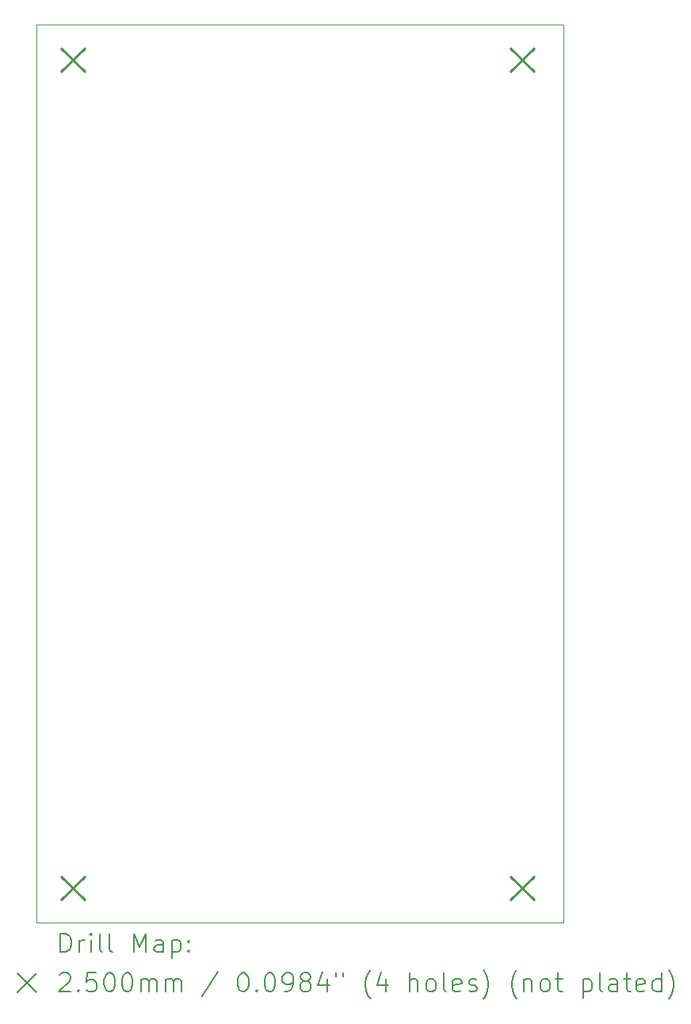
<source format=gbr>
%TF.GenerationSoftware,KiCad,Pcbnew,7.0.7*%
%TF.CreationDate,2023-10-02T11:40:04-05:00*%
%TF.ProjectId,iowa-rover,696f7761-2d72-46f7-9665-722e6b696361,rev?*%
%TF.SameCoordinates,Original*%
%TF.FileFunction,Drillmap*%
%TF.FilePolarity,Positive*%
%FSLAX45Y45*%
G04 Gerber Fmt 4.5, Leading zero omitted, Abs format (unit mm)*
G04 Created by KiCad (PCBNEW 7.0.7) date 2023-10-02 11:40:04*
%MOMM*%
%LPD*%
G01*
G04 APERTURE LIST*
%ADD10C,0.100000*%
%ADD11C,0.200000*%
%ADD12C,0.250000*%
G04 APERTURE END LIST*
D10*
X3911600Y-6075400D02*
X9537700Y-6075400D01*
X9537700Y-15667000D01*
X3911600Y-15667000D01*
X3911600Y-6075400D01*
D11*
D12*
X4175000Y-6325000D02*
X4425000Y-6575000D01*
X4425000Y-6325000D02*
X4175000Y-6575000D01*
X4175000Y-15175000D02*
X4425000Y-15425000D01*
X4425000Y-15175000D02*
X4175000Y-15425000D01*
X8975000Y-6325000D02*
X9225000Y-6575000D01*
X9225000Y-6325000D02*
X8975000Y-6575000D01*
X8975000Y-15175000D02*
X9225000Y-15425000D01*
X9225000Y-15175000D02*
X8975000Y-15425000D01*
D11*
X4167377Y-15983484D02*
X4167377Y-15783484D01*
X4167377Y-15783484D02*
X4214996Y-15783484D01*
X4214996Y-15783484D02*
X4243567Y-15793008D01*
X4243567Y-15793008D02*
X4262615Y-15812055D01*
X4262615Y-15812055D02*
X4272139Y-15831103D01*
X4272139Y-15831103D02*
X4281663Y-15869198D01*
X4281663Y-15869198D02*
X4281663Y-15897769D01*
X4281663Y-15897769D02*
X4272139Y-15935865D01*
X4272139Y-15935865D02*
X4262615Y-15954912D01*
X4262615Y-15954912D02*
X4243567Y-15973960D01*
X4243567Y-15973960D02*
X4214996Y-15983484D01*
X4214996Y-15983484D02*
X4167377Y-15983484D01*
X4367377Y-15983484D02*
X4367377Y-15850150D01*
X4367377Y-15888246D02*
X4376901Y-15869198D01*
X4376901Y-15869198D02*
X4386424Y-15859674D01*
X4386424Y-15859674D02*
X4405472Y-15850150D01*
X4405472Y-15850150D02*
X4424520Y-15850150D01*
X4491186Y-15983484D02*
X4491186Y-15850150D01*
X4491186Y-15783484D02*
X4481663Y-15793008D01*
X4481663Y-15793008D02*
X4491186Y-15802531D01*
X4491186Y-15802531D02*
X4500710Y-15793008D01*
X4500710Y-15793008D02*
X4491186Y-15783484D01*
X4491186Y-15783484D02*
X4491186Y-15802531D01*
X4614996Y-15983484D02*
X4595948Y-15973960D01*
X4595948Y-15973960D02*
X4586424Y-15954912D01*
X4586424Y-15954912D02*
X4586424Y-15783484D01*
X4719758Y-15983484D02*
X4700710Y-15973960D01*
X4700710Y-15973960D02*
X4691186Y-15954912D01*
X4691186Y-15954912D02*
X4691186Y-15783484D01*
X4948329Y-15983484D02*
X4948329Y-15783484D01*
X4948329Y-15783484D02*
X5014996Y-15926341D01*
X5014996Y-15926341D02*
X5081663Y-15783484D01*
X5081663Y-15783484D02*
X5081663Y-15983484D01*
X5262615Y-15983484D02*
X5262615Y-15878722D01*
X5262615Y-15878722D02*
X5253091Y-15859674D01*
X5253091Y-15859674D02*
X5234044Y-15850150D01*
X5234044Y-15850150D02*
X5195948Y-15850150D01*
X5195948Y-15850150D02*
X5176901Y-15859674D01*
X5262615Y-15973960D02*
X5243567Y-15983484D01*
X5243567Y-15983484D02*
X5195948Y-15983484D01*
X5195948Y-15983484D02*
X5176901Y-15973960D01*
X5176901Y-15973960D02*
X5167377Y-15954912D01*
X5167377Y-15954912D02*
X5167377Y-15935865D01*
X5167377Y-15935865D02*
X5176901Y-15916817D01*
X5176901Y-15916817D02*
X5195948Y-15907293D01*
X5195948Y-15907293D02*
X5243567Y-15907293D01*
X5243567Y-15907293D02*
X5262615Y-15897769D01*
X5357853Y-15850150D02*
X5357853Y-16050150D01*
X5357853Y-15859674D02*
X5376901Y-15850150D01*
X5376901Y-15850150D02*
X5414996Y-15850150D01*
X5414996Y-15850150D02*
X5434044Y-15859674D01*
X5434044Y-15859674D02*
X5443567Y-15869198D01*
X5443567Y-15869198D02*
X5453091Y-15888246D01*
X5453091Y-15888246D02*
X5453091Y-15945388D01*
X5453091Y-15945388D02*
X5443567Y-15964436D01*
X5443567Y-15964436D02*
X5434044Y-15973960D01*
X5434044Y-15973960D02*
X5414996Y-15983484D01*
X5414996Y-15983484D02*
X5376901Y-15983484D01*
X5376901Y-15983484D02*
X5357853Y-15973960D01*
X5538805Y-15964436D02*
X5548329Y-15973960D01*
X5548329Y-15973960D02*
X5538805Y-15983484D01*
X5538805Y-15983484D02*
X5529282Y-15973960D01*
X5529282Y-15973960D02*
X5538805Y-15964436D01*
X5538805Y-15964436D02*
X5538805Y-15983484D01*
X5538805Y-15859674D02*
X5548329Y-15869198D01*
X5548329Y-15869198D02*
X5538805Y-15878722D01*
X5538805Y-15878722D02*
X5529282Y-15869198D01*
X5529282Y-15869198D02*
X5538805Y-15859674D01*
X5538805Y-15859674D02*
X5538805Y-15878722D01*
X3706600Y-16212000D02*
X3906600Y-16412000D01*
X3906600Y-16212000D02*
X3706600Y-16412000D01*
X4157853Y-16222531D02*
X4167377Y-16213008D01*
X4167377Y-16213008D02*
X4186424Y-16203484D01*
X4186424Y-16203484D02*
X4234044Y-16203484D01*
X4234044Y-16203484D02*
X4253091Y-16213008D01*
X4253091Y-16213008D02*
X4262615Y-16222531D01*
X4262615Y-16222531D02*
X4272139Y-16241579D01*
X4272139Y-16241579D02*
X4272139Y-16260627D01*
X4272139Y-16260627D02*
X4262615Y-16289198D01*
X4262615Y-16289198D02*
X4148329Y-16403484D01*
X4148329Y-16403484D02*
X4272139Y-16403484D01*
X4357853Y-16384436D02*
X4367377Y-16393960D01*
X4367377Y-16393960D02*
X4357853Y-16403484D01*
X4357853Y-16403484D02*
X4348329Y-16393960D01*
X4348329Y-16393960D02*
X4357853Y-16384436D01*
X4357853Y-16384436D02*
X4357853Y-16403484D01*
X4548329Y-16203484D02*
X4453091Y-16203484D01*
X4453091Y-16203484D02*
X4443567Y-16298722D01*
X4443567Y-16298722D02*
X4453091Y-16289198D01*
X4453091Y-16289198D02*
X4472139Y-16279674D01*
X4472139Y-16279674D02*
X4519758Y-16279674D01*
X4519758Y-16279674D02*
X4538805Y-16289198D01*
X4538805Y-16289198D02*
X4548329Y-16298722D01*
X4548329Y-16298722D02*
X4557853Y-16317769D01*
X4557853Y-16317769D02*
X4557853Y-16365388D01*
X4557853Y-16365388D02*
X4548329Y-16384436D01*
X4548329Y-16384436D02*
X4538805Y-16393960D01*
X4538805Y-16393960D02*
X4519758Y-16403484D01*
X4519758Y-16403484D02*
X4472139Y-16403484D01*
X4472139Y-16403484D02*
X4453091Y-16393960D01*
X4453091Y-16393960D02*
X4443567Y-16384436D01*
X4681663Y-16203484D02*
X4700710Y-16203484D01*
X4700710Y-16203484D02*
X4719758Y-16213008D01*
X4719758Y-16213008D02*
X4729282Y-16222531D01*
X4729282Y-16222531D02*
X4738805Y-16241579D01*
X4738805Y-16241579D02*
X4748329Y-16279674D01*
X4748329Y-16279674D02*
X4748329Y-16327293D01*
X4748329Y-16327293D02*
X4738805Y-16365388D01*
X4738805Y-16365388D02*
X4729282Y-16384436D01*
X4729282Y-16384436D02*
X4719758Y-16393960D01*
X4719758Y-16393960D02*
X4700710Y-16403484D01*
X4700710Y-16403484D02*
X4681663Y-16403484D01*
X4681663Y-16403484D02*
X4662615Y-16393960D01*
X4662615Y-16393960D02*
X4653091Y-16384436D01*
X4653091Y-16384436D02*
X4643567Y-16365388D01*
X4643567Y-16365388D02*
X4634044Y-16327293D01*
X4634044Y-16327293D02*
X4634044Y-16279674D01*
X4634044Y-16279674D02*
X4643567Y-16241579D01*
X4643567Y-16241579D02*
X4653091Y-16222531D01*
X4653091Y-16222531D02*
X4662615Y-16213008D01*
X4662615Y-16213008D02*
X4681663Y-16203484D01*
X4872139Y-16203484D02*
X4891186Y-16203484D01*
X4891186Y-16203484D02*
X4910234Y-16213008D01*
X4910234Y-16213008D02*
X4919758Y-16222531D01*
X4919758Y-16222531D02*
X4929282Y-16241579D01*
X4929282Y-16241579D02*
X4938805Y-16279674D01*
X4938805Y-16279674D02*
X4938805Y-16327293D01*
X4938805Y-16327293D02*
X4929282Y-16365388D01*
X4929282Y-16365388D02*
X4919758Y-16384436D01*
X4919758Y-16384436D02*
X4910234Y-16393960D01*
X4910234Y-16393960D02*
X4891186Y-16403484D01*
X4891186Y-16403484D02*
X4872139Y-16403484D01*
X4872139Y-16403484D02*
X4853091Y-16393960D01*
X4853091Y-16393960D02*
X4843567Y-16384436D01*
X4843567Y-16384436D02*
X4834044Y-16365388D01*
X4834044Y-16365388D02*
X4824520Y-16327293D01*
X4824520Y-16327293D02*
X4824520Y-16279674D01*
X4824520Y-16279674D02*
X4834044Y-16241579D01*
X4834044Y-16241579D02*
X4843567Y-16222531D01*
X4843567Y-16222531D02*
X4853091Y-16213008D01*
X4853091Y-16213008D02*
X4872139Y-16203484D01*
X5024520Y-16403484D02*
X5024520Y-16270150D01*
X5024520Y-16289198D02*
X5034044Y-16279674D01*
X5034044Y-16279674D02*
X5053091Y-16270150D01*
X5053091Y-16270150D02*
X5081663Y-16270150D01*
X5081663Y-16270150D02*
X5100710Y-16279674D01*
X5100710Y-16279674D02*
X5110234Y-16298722D01*
X5110234Y-16298722D02*
X5110234Y-16403484D01*
X5110234Y-16298722D02*
X5119758Y-16279674D01*
X5119758Y-16279674D02*
X5138805Y-16270150D01*
X5138805Y-16270150D02*
X5167377Y-16270150D01*
X5167377Y-16270150D02*
X5186425Y-16279674D01*
X5186425Y-16279674D02*
X5195948Y-16298722D01*
X5195948Y-16298722D02*
X5195948Y-16403484D01*
X5291186Y-16403484D02*
X5291186Y-16270150D01*
X5291186Y-16289198D02*
X5300710Y-16279674D01*
X5300710Y-16279674D02*
X5319758Y-16270150D01*
X5319758Y-16270150D02*
X5348329Y-16270150D01*
X5348329Y-16270150D02*
X5367377Y-16279674D01*
X5367377Y-16279674D02*
X5376901Y-16298722D01*
X5376901Y-16298722D02*
X5376901Y-16403484D01*
X5376901Y-16298722D02*
X5386425Y-16279674D01*
X5386425Y-16279674D02*
X5405472Y-16270150D01*
X5405472Y-16270150D02*
X5434044Y-16270150D01*
X5434044Y-16270150D02*
X5453091Y-16279674D01*
X5453091Y-16279674D02*
X5462615Y-16298722D01*
X5462615Y-16298722D02*
X5462615Y-16403484D01*
X5853091Y-16193960D02*
X5681663Y-16451103D01*
X6110234Y-16203484D02*
X6129282Y-16203484D01*
X6129282Y-16203484D02*
X6148329Y-16213008D01*
X6148329Y-16213008D02*
X6157853Y-16222531D01*
X6157853Y-16222531D02*
X6167377Y-16241579D01*
X6167377Y-16241579D02*
X6176901Y-16279674D01*
X6176901Y-16279674D02*
X6176901Y-16327293D01*
X6176901Y-16327293D02*
X6167377Y-16365388D01*
X6167377Y-16365388D02*
X6157853Y-16384436D01*
X6157853Y-16384436D02*
X6148329Y-16393960D01*
X6148329Y-16393960D02*
X6129282Y-16403484D01*
X6129282Y-16403484D02*
X6110234Y-16403484D01*
X6110234Y-16403484D02*
X6091186Y-16393960D01*
X6091186Y-16393960D02*
X6081663Y-16384436D01*
X6081663Y-16384436D02*
X6072139Y-16365388D01*
X6072139Y-16365388D02*
X6062615Y-16327293D01*
X6062615Y-16327293D02*
X6062615Y-16279674D01*
X6062615Y-16279674D02*
X6072139Y-16241579D01*
X6072139Y-16241579D02*
X6081663Y-16222531D01*
X6081663Y-16222531D02*
X6091186Y-16213008D01*
X6091186Y-16213008D02*
X6110234Y-16203484D01*
X6262615Y-16384436D02*
X6272139Y-16393960D01*
X6272139Y-16393960D02*
X6262615Y-16403484D01*
X6262615Y-16403484D02*
X6253091Y-16393960D01*
X6253091Y-16393960D02*
X6262615Y-16384436D01*
X6262615Y-16384436D02*
X6262615Y-16403484D01*
X6395948Y-16203484D02*
X6414996Y-16203484D01*
X6414996Y-16203484D02*
X6434044Y-16213008D01*
X6434044Y-16213008D02*
X6443567Y-16222531D01*
X6443567Y-16222531D02*
X6453091Y-16241579D01*
X6453091Y-16241579D02*
X6462615Y-16279674D01*
X6462615Y-16279674D02*
X6462615Y-16327293D01*
X6462615Y-16327293D02*
X6453091Y-16365388D01*
X6453091Y-16365388D02*
X6443567Y-16384436D01*
X6443567Y-16384436D02*
X6434044Y-16393960D01*
X6434044Y-16393960D02*
X6414996Y-16403484D01*
X6414996Y-16403484D02*
X6395948Y-16403484D01*
X6395948Y-16403484D02*
X6376901Y-16393960D01*
X6376901Y-16393960D02*
X6367377Y-16384436D01*
X6367377Y-16384436D02*
X6357853Y-16365388D01*
X6357853Y-16365388D02*
X6348329Y-16327293D01*
X6348329Y-16327293D02*
X6348329Y-16279674D01*
X6348329Y-16279674D02*
X6357853Y-16241579D01*
X6357853Y-16241579D02*
X6367377Y-16222531D01*
X6367377Y-16222531D02*
X6376901Y-16213008D01*
X6376901Y-16213008D02*
X6395948Y-16203484D01*
X6557853Y-16403484D02*
X6595948Y-16403484D01*
X6595948Y-16403484D02*
X6614996Y-16393960D01*
X6614996Y-16393960D02*
X6624520Y-16384436D01*
X6624520Y-16384436D02*
X6643567Y-16355865D01*
X6643567Y-16355865D02*
X6653091Y-16317769D01*
X6653091Y-16317769D02*
X6653091Y-16241579D01*
X6653091Y-16241579D02*
X6643567Y-16222531D01*
X6643567Y-16222531D02*
X6634044Y-16213008D01*
X6634044Y-16213008D02*
X6614996Y-16203484D01*
X6614996Y-16203484D02*
X6576901Y-16203484D01*
X6576901Y-16203484D02*
X6557853Y-16213008D01*
X6557853Y-16213008D02*
X6548329Y-16222531D01*
X6548329Y-16222531D02*
X6538806Y-16241579D01*
X6538806Y-16241579D02*
X6538806Y-16289198D01*
X6538806Y-16289198D02*
X6548329Y-16308246D01*
X6548329Y-16308246D02*
X6557853Y-16317769D01*
X6557853Y-16317769D02*
X6576901Y-16327293D01*
X6576901Y-16327293D02*
X6614996Y-16327293D01*
X6614996Y-16327293D02*
X6634044Y-16317769D01*
X6634044Y-16317769D02*
X6643567Y-16308246D01*
X6643567Y-16308246D02*
X6653091Y-16289198D01*
X6767377Y-16289198D02*
X6748329Y-16279674D01*
X6748329Y-16279674D02*
X6738806Y-16270150D01*
X6738806Y-16270150D02*
X6729282Y-16251103D01*
X6729282Y-16251103D02*
X6729282Y-16241579D01*
X6729282Y-16241579D02*
X6738806Y-16222531D01*
X6738806Y-16222531D02*
X6748329Y-16213008D01*
X6748329Y-16213008D02*
X6767377Y-16203484D01*
X6767377Y-16203484D02*
X6805472Y-16203484D01*
X6805472Y-16203484D02*
X6824520Y-16213008D01*
X6824520Y-16213008D02*
X6834044Y-16222531D01*
X6834044Y-16222531D02*
X6843567Y-16241579D01*
X6843567Y-16241579D02*
X6843567Y-16251103D01*
X6843567Y-16251103D02*
X6834044Y-16270150D01*
X6834044Y-16270150D02*
X6824520Y-16279674D01*
X6824520Y-16279674D02*
X6805472Y-16289198D01*
X6805472Y-16289198D02*
X6767377Y-16289198D01*
X6767377Y-16289198D02*
X6748329Y-16298722D01*
X6748329Y-16298722D02*
X6738806Y-16308246D01*
X6738806Y-16308246D02*
X6729282Y-16327293D01*
X6729282Y-16327293D02*
X6729282Y-16365388D01*
X6729282Y-16365388D02*
X6738806Y-16384436D01*
X6738806Y-16384436D02*
X6748329Y-16393960D01*
X6748329Y-16393960D02*
X6767377Y-16403484D01*
X6767377Y-16403484D02*
X6805472Y-16403484D01*
X6805472Y-16403484D02*
X6824520Y-16393960D01*
X6824520Y-16393960D02*
X6834044Y-16384436D01*
X6834044Y-16384436D02*
X6843567Y-16365388D01*
X6843567Y-16365388D02*
X6843567Y-16327293D01*
X6843567Y-16327293D02*
X6834044Y-16308246D01*
X6834044Y-16308246D02*
X6824520Y-16298722D01*
X6824520Y-16298722D02*
X6805472Y-16289198D01*
X7014996Y-16270150D02*
X7014996Y-16403484D01*
X6967377Y-16193960D02*
X6919758Y-16336817D01*
X6919758Y-16336817D02*
X7043567Y-16336817D01*
X7110234Y-16203484D02*
X7110234Y-16241579D01*
X7186425Y-16203484D02*
X7186425Y-16241579D01*
X7481663Y-16479674D02*
X7472139Y-16470150D01*
X7472139Y-16470150D02*
X7453091Y-16441579D01*
X7453091Y-16441579D02*
X7443568Y-16422531D01*
X7443568Y-16422531D02*
X7434044Y-16393960D01*
X7434044Y-16393960D02*
X7424520Y-16346341D01*
X7424520Y-16346341D02*
X7424520Y-16308246D01*
X7424520Y-16308246D02*
X7434044Y-16260627D01*
X7434044Y-16260627D02*
X7443568Y-16232055D01*
X7443568Y-16232055D02*
X7453091Y-16213008D01*
X7453091Y-16213008D02*
X7472139Y-16184436D01*
X7472139Y-16184436D02*
X7481663Y-16174912D01*
X7643568Y-16270150D02*
X7643568Y-16403484D01*
X7595948Y-16193960D02*
X7548329Y-16336817D01*
X7548329Y-16336817D02*
X7672139Y-16336817D01*
X7900710Y-16403484D02*
X7900710Y-16203484D01*
X7986425Y-16403484D02*
X7986425Y-16298722D01*
X7986425Y-16298722D02*
X7976901Y-16279674D01*
X7976901Y-16279674D02*
X7957853Y-16270150D01*
X7957853Y-16270150D02*
X7929282Y-16270150D01*
X7929282Y-16270150D02*
X7910234Y-16279674D01*
X7910234Y-16279674D02*
X7900710Y-16289198D01*
X8110234Y-16403484D02*
X8091187Y-16393960D01*
X8091187Y-16393960D02*
X8081663Y-16384436D01*
X8081663Y-16384436D02*
X8072139Y-16365388D01*
X8072139Y-16365388D02*
X8072139Y-16308246D01*
X8072139Y-16308246D02*
X8081663Y-16289198D01*
X8081663Y-16289198D02*
X8091187Y-16279674D01*
X8091187Y-16279674D02*
X8110234Y-16270150D01*
X8110234Y-16270150D02*
X8138806Y-16270150D01*
X8138806Y-16270150D02*
X8157853Y-16279674D01*
X8157853Y-16279674D02*
X8167377Y-16289198D01*
X8167377Y-16289198D02*
X8176901Y-16308246D01*
X8176901Y-16308246D02*
X8176901Y-16365388D01*
X8176901Y-16365388D02*
X8167377Y-16384436D01*
X8167377Y-16384436D02*
X8157853Y-16393960D01*
X8157853Y-16393960D02*
X8138806Y-16403484D01*
X8138806Y-16403484D02*
X8110234Y-16403484D01*
X8291187Y-16403484D02*
X8272139Y-16393960D01*
X8272139Y-16393960D02*
X8262615Y-16374912D01*
X8262615Y-16374912D02*
X8262615Y-16203484D01*
X8443568Y-16393960D02*
X8424520Y-16403484D01*
X8424520Y-16403484D02*
X8386425Y-16403484D01*
X8386425Y-16403484D02*
X8367377Y-16393960D01*
X8367377Y-16393960D02*
X8357853Y-16374912D01*
X8357853Y-16374912D02*
X8357853Y-16298722D01*
X8357853Y-16298722D02*
X8367377Y-16279674D01*
X8367377Y-16279674D02*
X8386425Y-16270150D01*
X8386425Y-16270150D02*
X8424520Y-16270150D01*
X8424520Y-16270150D02*
X8443568Y-16279674D01*
X8443568Y-16279674D02*
X8453092Y-16298722D01*
X8453092Y-16298722D02*
X8453092Y-16317769D01*
X8453092Y-16317769D02*
X8357853Y-16336817D01*
X8529282Y-16393960D02*
X8548330Y-16403484D01*
X8548330Y-16403484D02*
X8586425Y-16403484D01*
X8586425Y-16403484D02*
X8605473Y-16393960D01*
X8605473Y-16393960D02*
X8614996Y-16374912D01*
X8614996Y-16374912D02*
X8614996Y-16365388D01*
X8614996Y-16365388D02*
X8605473Y-16346341D01*
X8605473Y-16346341D02*
X8586425Y-16336817D01*
X8586425Y-16336817D02*
X8557853Y-16336817D01*
X8557853Y-16336817D02*
X8538806Y-16327293D01*
X8538806Y-16327293D02*
X8529282Y-16308246D01*
X8529282Y-16308246D02*
X8529282Y-16298722D01*
X8529282Y-16298722D02*
X8538806Y-16279674D01*
X8538806Y-16279674D02*
X8557853Y-16270150D01*
X8557853Y-16270150D02*
X8586425Y-16270150D01*
X8586425Y-16270150D02*
X8605473Y-16279674D01*
X8681663Y-16479674D02*
X8691187Y-16470150D01*
X8691187Y-16470150D02*
X8710234Y-16441579D01*
X8710234Y-16441579D02*
X8719758Y-16422531D01*
X8719758Y-16422531D02*
X8729282Y-16393960D01*
X8729282Y-16393960D02*
X8738806Y-16346341D01*
X8738806Y-16346341D02*
X8738806Y-16308246D01*
X8738806Y-16308246D02*
X8729282Y-16260627D01*
X8729282Y-16260627D02*
X8719758Y-16232055D01*
X8719758Y-16232055D02*
X8710234Y-16213008D01*
X8710234Y-16213008D02*
X8691187Y-16184436D01*
X8691187Y-16184436D02*
X8681663Y-16174912D01*
X9043568Y-16479674D02*
X9034044Y-16470150D01*
X9034044Y-16470150D02*
X9014996Y-16441579D01*
X9014996Y-16441579D02*
X9005473Y-16422531D01*
X9005473Y-16422531D02*
X8995949Y-16393960D01*
X8995949Y-16393960D02*
X8986425Y-16346341D01*
X8986425Y-16346341D02*
X8986425Y-16308246D01*
X8986425Y-16308246D02*
X8995949Y-16260627D01*
X8995949Y-16260627D02*
X9005473Y-16232055D01*
X9005473Y-16232055D02*
X9014996Y-16213008D01*
X9014996Y-16213008D02*
X9034044Y-16184436D01*
X9034044Y-16184436D02*
X9043568Y-16174912D01*
X9119758Y-16270150D02*
X9119758Y-16403484D01*
X9119758Y-16289198D02*
X9129282Y-16279674D01*
X9129282Y-16279674D02*
X9148330Y-16270150D01*
X9148330Y-16270150D02*
X9176901Y-16270150D01*
X9176901Y-16270150D02*
X9195949Y-16279674D01*
X9195949Y-16279674D02*
X9205473Y-16298722D01*
X9205473Y-16298722D02*
X9205473Y-16403484D01*
X9329282Y-16403484D02*
X9310234Y-16393960D01*
X9310234Y-16393960D02*
X9300711Y-16384436D01*
X9300711Y-16384436D02*
X9291187Y-16365388D01*
X9291187Y-16365388D02*
X9291187Y-16308246D01*
X9291187Y-16308246D02*
X9300711Y-16289198D01*
X9300711Y-16289198D02*
X9310234Y-16279674D01*
X9310234Y-16279674D02*
X9329282Y-16270150D01*
X9329282Y-16270150D02*
X9357854Y-16270150D01*
X9357854Y-16270150D02*
X9376901Y-16279674D01*
X9376901Y-16279674D02*
X9386425Y-16289198D01*
X9386425Y-16289198D02*
X9395949Y-16308246D01*
X9395949Y-16308246D02*
X9395949Y-16365388D01*
X9395949Y-16365388D02*
X9386425Y-16384436D01*
X9386425Y-16384436D02*
X9376901Y-16393960D01*
X9376901Y-16393960D02*
X9357854Y-16403484D01*
X9357854Y-16403484D02*
X9329282Y-16403484D01*
X9453092Y-16270150D02*
X9529282Y-16270150D01*
X9481663Y-16203484D02*
X9481663Y-16374912D01*
X9481663Y-16374912D02*
X9491187Y-16393960D01*
X9491187Y-16393960D02*
X9510234Y-16403484D01*
X9510234Y-16403484D02*
X9529282Y-16403484D01*
X9748330Y-16270150D02*
X9748330Y-16470150D01*
X9748330Y-16279674D02*
X9767377Y-16270150D01*
X9767377Y-16270150D02*
X9805473Y-16270150D01*
X9805473Y-16270150D02*
X9824520Y-16279674D01*
X9824520Y-16279674D02*
X9834044Y-16289198D01*
X9834044Y-16289198D02*
X9843568Y-16308246D01*
X9843568Y-16308246D02*
X9843568Y-16365388D01*
X9843568Y-16365388D02*
X9834044Y-16384436D01*
X9834044Y-16384436D02*
X9824520Y-16393960D01*
X9824520Y-16393960D02*
X9805473Y-16403484D01*
X9805473Y-16403484D02*
X9767377Y-16403484D01*
X9767377Y-16403484D02*
X9748330Y-16393960D01*
X9957854Y-16403484D02*
X9938806Y-16393960D01*
X9938806Y-16393960D02*
X9929282Y-16374912D01*
X9929282Y-16374912D02*
X9929282Y-16203484D01*
X10119758Y-16403484D02*
X10119758Y-16298722D01*
X10119758Y-16298722D02*
X10110235Y-16279674D01*
X10110235Y-16279674D02*
X10091187Y-16270150D01*
X10091187Y-16270150D02*
X10053092Y-16270150D01*
X10053092Y-16270150D02*
X10034044Y-16279674D01*
X10119758Y-16393960D02*
X10100711Y-16403484D01*
X10100711Y-16403484D02*
X10053092Y-16403484D01*
X10053092Y-16403484D02*
X10034044Y-16393960D01*
X10034044Y-16393960D02*
X10024520Y-16374912D01*
X10024520Y-16374912D02*
X10024520Y-16355865D01*
X10024520Y-16355865D02*
X10034044Y-16336817D01*
X10034044Y-16336817D02*
X10053092Y-16327293D01*
X10053092Y-16327293D02*
X10100711Y-16327293D01*
X10100711Y-16327293D02*
X10119758Y-16317769D01*
X10186425Y-16270150D02*
X10262615Y-16270150D01*
X10214996Y-16203484D02*
X10214996Y-16374912D01*
X10214996Y-16374912D02*
X10224520Y-16393960D01*
X10224520Y-16393960D02*
X10243568Y-16403484D01*
X10243568Y-16403484D02*
X10262615Y-16403484D01*
X10405473Y-16393960D02*
X10386425Y-16403484D01*
X10386425Y-16403484D02*
X10348330Y-16403484D01*
X10348330Y-16403484D02*
X10329282Y-16393960D01*
X10329282Y-16393960D02*
X10319758Y-16374912D01*
X10319758Y-16374912D02*
X10319758Y-16298722D01*
X10319758Y-16298722D02*
X10329282Y-16279674D01*
X10329282Y-16279674D02*
X10348330Y-16270150D01*
X10348330Y-16270150D02*
X10386425Y-16270150D01*
X10386425Y-16270150D02*
X10405473Y-16279674D01*
X10405473Y-16279674D02*
X10414996Y-16298722D01*
X10414996Y-16298722D02*
X10414996Y-16317769D01*
X10414996Y-16317769D02*
X10319758Y-16336817D01*
X10586425Y-16403484D02*
X10586425Y-16203484D01*
X10586425Y-16393960D02*
X10567377Y-16403484D01*
X10567377Y-16403484D02*
X10529282Y-16403484D01*
X10529282Y-16403484D02*
X10510235Y-16393960D01*
X10510235Y-16393960D02*
X10500711Y-16384436D01*
X10500711Y-16384436D02*
X10491187Y-16365388D01*
X10491187Y-16365388D02*
X10491187Y-16308246D01*
X10491187Y-16308246D02*
X10500711Y-16289198D01*
X10500711Y-16289198D02*
X10510235Y-16279674D01*
X10510235Y-16279674D02*
X10529282Y-16270150D01*
X10529282Y-16270150D02*
X10567377Y-16270150D01*
X10567377Y-16270150D02*
X10586425Y-16279674D01*
X10662616Y-16479674D02*
X10672139Y-16470150D01*
X10672139Y-16470150D02*
X10691187Y-16441579D01*
X10691187Y-16441579D02*
X10700711Y-16422531D01*
X10700711Y-16422531D02*
X10710235Y-16393960D01*
X10710235Y-16393960D02*
X10719758Y-16346341D01*
X10719758Y-16346341D02*
X10719758Y-16308246D01*
X10719758Y-16308246D02*
X10710235Y-16260627D01*
X10710235Y-16260627D02*
X10700711Y-16232055D01*
X10700711Y-16232055D02*
X10691187Y-16213008D01*
X10691187Y-16213008D02*
X10672139Y-16184436D01*
X10672139Y-16184436D02*
X10662616Y-16174912D01*
M02*

</source>
